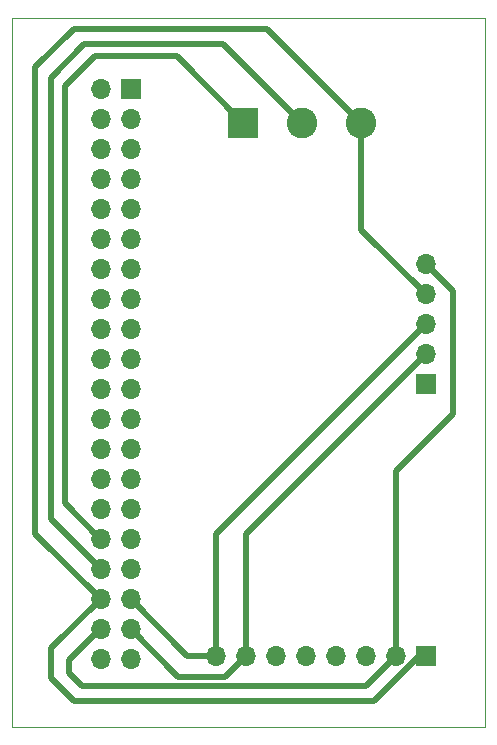
<source format=gbr>
%TF.GenerationSoftware,KiCad,Pcbnew,(6.0.9-0)*%
%TF.CreationDate,2022-11-14T23:33:26+01:00*%
%TF.ProjectId,RaspberryShield,52617370-6265-4727-9279-536869656c64,rev?*%
%TF.SameCoordinates,Original*%
%TF.FileFunction,Copper,L1,Top*%
%TF.FilePolarity,Positive*%
%FSLAX46Y46*%
G04 Gerber Fmt 4.6, Leading zero omitted, Abs format (unit mm)*
G04 Created by KiCad (PCBNEW (6.0.9-0)) date 2022-11-14 23:33:26*
%MOMM*%
%LPD*%
G01*
G04 APERTURE LIST*
%TA.AperFunction,Profile*%
%ADD10C,0.100000*%
%TD*%
%TA.AperFunction,ComponentPad*%
%ADD11R,1.700000X1.700000*%
%TD*%
%TA.AperFunction,ComponentPad*%
%ADD12O,1.700000X1.700000*%
%TD*%
%TA.AperFunction,ComponentPad*%
%ADD13R,2.600000X2.600000*%
%TD*%
%TA.AperFunction,ComponentPad*%
%ADD14C,2.600000*%
%TD*%
%TA.AperFunction,Conductor*%
%ADD15C,0.500000*%
%TD*%
G04 APERTURE END LIST*
D10*
X150000000Y-69000000D02*
X190000000Y-69000000D01*
X190000000Y-69000000D02*
X190000000Y-129000000D01*
X190000000Y-129000000D02*
X150000000Y-129000000D01*
X150000000Y-129000000D02*
X150000000Y-69000000D01*
D11*
%TO.P,J3,1,Pin_1*%
%TO.N,unconnected-(J3-Pad1)*%
X160000000Y-75000000D03*
D12*
%TO.P,J3,2,Pin_2*%
%TO.N,unconnected-(J3-Pad2)*%
X157460000Y-75000000D03*
%TO.P,J3,3,Pin_3*%
%TO.N,unconnected-(J3-Pad3)*%
X160000000Y-77540000D03*
%TO.P,J3,4,Pin_4*%
%TO.N,unconnected-(J3-Pad4)*%
X157460000Y-77540000D03*
%TO.P,J3,5,Pin_5*%
%TO.N,unconnected-(J3-Pad5)*%
X160000000Y-80080000D03*
%TO.P,J3,6,Pin_6*%
%TO.N,unconnected-(J3-Pad6)*%
X157460000Y-80080000D03*
%TO.P,J3,7,Pin_7*%
%TO.N,unconnected-(J3-Pad7)*%
X160000000Y-82620000D03*
%TO.P,J3,8,Pin_8*%
%TO.N,unconnected-(J3-Pad8)*%
X157460000Y-82620000D03*
%TO.P,J3,9,Pin_9*%
%TO.N,unconnected-(J3-Pad9)*%
X160000000Y-85160000D03*
%TO.P,J3,10,Pin_10*%
%TO.N,unconnected-(J3-Pad10)*%
X157460000Y-85160000D03*
%TO.P,J3,11,Pin_11*%
%TO.N,unconnected-(J3-Pad11)*%
X160000000Y-87700000D03*
%TO.P,J3,12,Pin_12*%
%TO.N,unconnected-(J3-Pad12)*%
X157460000Y-87700000D03*
%TO.P,J3,13,Pin_13*%
%TO.N,unconnected-(J3-Pad13)*%
X160000000Y-90240000D03*
%TO.P,J3,14,Pin_14*%
%TO.N,unconnected-(J3-Pad14)*%
X157460000Y-90240000D03*
%TO.P,J3,15,Pin_15*%
%TO.N,unconnected-(J3-Pad15)*%
X160000000Y-92780000D03*
%TO.P,J3,16,Pin_16*%
%TO.N,unconnected-(J3-Pad16)*%
X157460000Y-92780000D03*
%TO.P,J3,17,Pin_17*%
%TO.N,unconnected-(J3-Pad17)*%
X160000000Y-95320000D03*
%TO.P,J3,18,Pin_18*%
%TO.N,unconnected-(J3-Pad18)*%
X157460000Y-95320000D03*
%TO.P,J3,19,Pin_19*%
%TO.N,unconnected-(J3-Pad19)*%
X160000000Y-97860000D03*
%TO.P,J3,20,Pin_20*%
%TO.N,unconnected-(J3-Pad20)*%
X157460000Y-97860000D03*
%TO.P,J3,21,Pin_21*%
%TO.N,unconnected-(J3-Pad21)*%
X160000000Y-100400000D03*
%TO.P,J3,22,Pin_22*%
%TO.N,unconnected-(J3-Pad22)*%
X157460000Y-100400000D03*
%TO.P,J3,23,Pin_23*%
%TO.N,unconnected-(J3-Pad23)*%
X160000000Y-102940000D03*
%TO.P,J3,24,Pin_24*%
%TO.N,unconnected-(J3-Pad24)*%
X157460000Y-102940000D03*
%TO.P,J3,25,Pin_25*%
%TO.N,unconnected-(J3-Pad25)*%
X160000000Y-105480000D03*
%TO.P,J3,26,Pin_26*%
%TO.N,unconnected-(J3-Pad26)*%
X157460000Y-105480000D03*
%TO.P,J3,27,Pin_27*%
%TO.N,unconnected-(J3-Pad27)*%
X160000000Y-108020000D03*
%TO.P,J3,28,Pin_28*%
%TO.N,unconnected-(J3-Pad28)*%
X157460000Y-108020000D03*
%TO.P,J3,29,Pin_29*%
%TO.N,unconnected-(J3-Pad29)*%
X160000000Y-110560000D03*
%TO.P,J3,30,Pin_30*%
%TO.N,unconnected-(J3-Pad30)*%
X157460000Y-110560000D03*
%TO.P,J3,31,Pin_31*%
%TO.N,unconnected-(J3-Pad31)*%
X160000000Y-113100000D03*
%TO.P,J3,32,Pin_32*%
%TO.N,/RX*%
X157460000Y-113100000D03*
%TO.P,J3,33,Pin_33*%
%TO.N,unconnected-(J3-Pad33)*%
X160000000Y-115640000D03*
%TO.P,J3,34,Pin_34*%
%TO.N,/TX*%
X157460000Y-115640000D03*
%TO.P,J3,35,Pin_35*%
%TO.N,/SCL*%
X160000000Y-118180000D03*
%TO.P,J3,36,Pin_36*%
%TO.N,/GND*%
X157460000Y-118180000D03*
%TO.P,J3,37,Pin_37*%
%TO.N,/SDA*%
X160000000Y-120720000D03*
%TO.P,J3,38,Pin_38*%
%TO.N,/VIN*%
X157460000Y-120720000D03*
%TO.P,J3,39,Pin_39*%
%TO.N,unconnected-(J3-Pad39)*%
X160000000Y-123260000D03*
%TO.P,J3,40,Pin_40*%
%TO.N,unconnected-(J3-Pad40)*%
X157460000Y-123260000D03*
%TD*%
D13*
%TO.P,J4,1,Pin_1*%
%TO.N,/RX*%
X169550000Y-77900000D03*
D14*
%TO.P,J4,2,Pin_2*%
%TO.N,/TX*%
X174550000Y-77900000D03*
%TO.P,J4,3,Pin_3*%
%TO.N,/GND*%
X179550000Y-77900000D03*
%TD*%
D11*
%TO.P,J1,1,Pin_1*%
%TO.N,/GND*%
X185000000Y-123000000D03*
D12*
%TO.P,J1,2,Pin_2*%
%TO.N,/VIN*%
X182460000Y-123000000D03*
%TO.P,J1,3,Pin_3*%
%TO.N,unconnected-(J1-Pad3)*%
X179920000Y-123000000D03*
%TO.P,J1,4,Pin_4*%
%TO.N,unconnected-(J1-Pad4)*%
X177380000Y-123000000D03*
%TO.P,J1,5,Pin_5*%
%TO.N,unconnected-(J1-Pad5)*%
X174840000Y-123000000D03*
%TO.P,J1,6,Pin_6*%
%TO.N,unconnected-(J1-Pad6)*%
X172300000Y-123000000D03*
%TO.P,J1,7,Pin_7*%
%TO.N,/SDA*%
X169760000Y-123000000D03*
%TO.P,J1,8,Pin_8*%
%TO.N,/SCL*%
X167220000Y-123000000D03*
%TD*%
D11*
%TO.P,J2,1,Pin_1*%
%TO.N,unconnected-(J2-Pad1)*%
X185000000Y-100000000D03*
D12*
%TO.P,J2,2,Pin_2*%
%TO.N,/SDA*%
X185000000Y-97460000D03*
%TO.P,J2,3,Pin_3*%
%TO.N,/SCL*%
X185000000Y-94920000D03*
%TO.P,J2,4,Pin_4*%
%TO.N,/GND*%
X185000000Y-92380000D03*
%TO.P,J2,5,Pin_5*%
%TO.N,/VIN*%
X185000000Y-89840000D03*
%TD*%
D15*
%TO.N,/GND*%
X155200000Y-69900000D02*
X151950000Y-73150000D01*
X180650000Y-126800000D02*
X155250000Y-126800000D01*
X185000000Y-123000000D02*
X184450000Y-123000000D01*
X179550000Y-77900000D02*
X179550000Y-86930000D01*
X153300000Y-122340000D02*
X157460000Y-118180000D01*
X171550000Y-69900000D02*
X155200000Y-69900000D01*
X153300000Y-124850000D02*
X153300000Y-122340000D01*
X151950000Y-73150000D02*
X151950000Y-112670000D01*
X151950000Y-112670000D02*
X157460000Y-118180000D01*
X179550000Y-86930000D02*
X185000000Y-92380000D01*
X184450000Y-123000000D02*
X180650000Y-126800000D01*
X155250000Y-126800000D02*
X153300000Y-124850000D01*
X179550000Y-77900000D02*
X171550000Y-69900000D01*
%TO.N,/VIN*%
X157460000Y-120720000D02*
X157380000Y-120720000D01*
X182460000Y-123000000D02*
X182460000Y-107340000D01*
X154750000Y-124450000D02*
X155850000Y-125550000D01*
X182460000Y-107340000D02*
X187300000Y-102500000D01*
X187300000Y-92140000D02*
X185000000Y-89840000D01*
X155850000Y-125550000D02*
X179910000Y-125550000D01*
X187300000Y-102500000D02*
X187300000Y-92140000D01*
X179910000Y-125550000D02*
X182460000Y-123000000D01*
X157380000Y-120720000D02*
X154750000Y-123350000D01*
X154750000Y-123350000D02*
X154750000Y-124450000D01*
%TO.N,/SDA*%
X169760000Y-123000000D02*
X169760000Y-112700000D01*
X169760000Y-112700000D02*
X185000000Y-97460000D01*
X160000000Y-120750000D02*
X164050000Y-124800000D01*
X164050000Y-124800000D02*
X167960000Y-124800000D01*
X160000000Y-120720000D02*
X160000000Y-120750000D01*
X167960000Y-124800000D02*
X169760000Y-123000000D01*
%TO.N,/SCL*%
X167220000Y-123000000D02*
X167220000Y-112700000D01*
X160000000Y-118180000D02*
X164820000Y-123000000D01*
X167220000Y-112700000D02*
X185000000Y-94920000D01*
X164820000Y-123000000D02*
X167220000Y-123000000D01*
%TO.N,/RX*%
X163900000Y-72250000D02*
X169550000Y-77900000D01*
X156950000Y-72250000D02*
X163900000Y-72250000D01*
X157450000Y-113100000D02*
X154450000Y-110100000D01*
X157460000Y-113100000D02*
X157450000Y-113100000D01*
X154450000Y-74750000D02*
X156950000Y-72250000D01*
X154450000Y-110100000D02*
X154450000Y-74750000D01*
%TO.N,/TX*%
X156100000Y-71200000D02*
X167850000Y-71200000D01*
X153250000Y-74050000D02*
X156100000Y-71200000D01*
X157460000Y-115640000D02*
X153250000Y-111430000D01*
X153250000Y-111430000D02*
X153250000Y-74050000D01*
X167850000Y-71200000D02*
X174550000Y-77900000D01*
%TD*%
M02*

</source>
